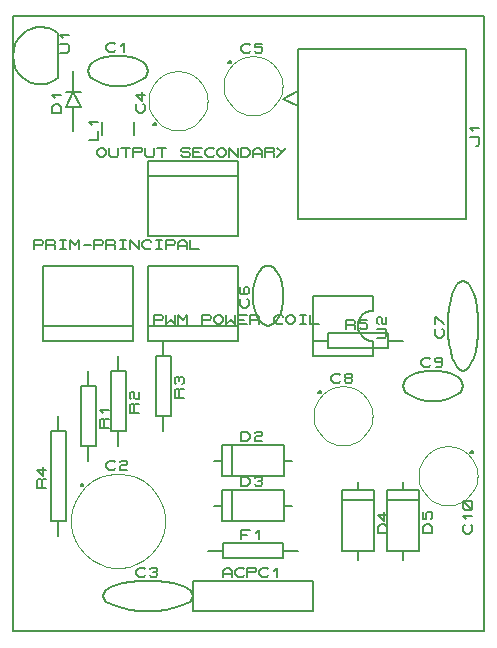
<source format=gbr>
G04 PROTEUS GERBER X2 FILE*
%TF.GenerationSoftware,Labcenter,Proteus,8.5-SP0-Build22067*%
%TF.CreationDate,2019-11-03T13:44:13+00:00*%
%TF.FileFunction,Legend,Top*%
%TF.FilePolarity,Positive*%
%TF.Part,Single*%
%FSLAX45Y45*%
%MOMM*%
G01*
%TA.AperFunction,Profile*%
%ADD25C,0.203200*%
%TA.AperFunction,Material*%
%ADD28C,0.203200*%
%ADD29C,0.120000*%
%ADD72C,0.200000*%
%ADD73C,0.152400*%
D25*
X-1904000Y-2587000D02*
X+2085000Y-2587000D01*
X+2085000Y+2620000D01*
X-1904000Y+2620000D01*
X-1904000Y-2587000D01*
D28*
X-381000Y-2413000D02*
X+635000Y-2413000D01*
X+635000Y-2159000D01*
X-381000Y-2159000D01*
X-381000Y-2413000D01*
X-127000Y-2123440D02*
X-127000Y-2072640D01*
X-101600Y-2047240D01*
X-76200Y-2047240D01*
X-50800Y-2072640D01*
X-50800Y-2123440D01*
X-127000Y-2098040D02*
X-50800Y-2098040D01*
X+50800Y-2110740D02*
X+38100Y-2123440D01*
X+0Y-2123440D01*
X-25400Y-2098040D01*
X-25400Y-2072640D01*
X+0Y-2047240D01*
X+38100Y-2047240D01*
X+50800Y-2059940D01*
X+76200Y-2123440D02*
X+76200Y-2047240D01*
X+139700Y-2047240D01*
X+152400Y-2059940D01*
X+152400Y-2072640D01*
X+139700Y-2085340D01*
X+76200Y-2085340D01*
X+254000Y-2110740D02*
X+241300Y-2123440D01*
X+203200Y-2123440D01*
X+177800Y-2098040D01*
X+177800Y-2072640D01*
X+203200Y-2047240D01*
X+241300Y-2047240D01*
X+254000Y-2059940D01*
X+304800Y-2072640D02*
X+330200Y-2047240D01*
X+330200Y-2123440D01*
D29*
X-616000Y-1651000D02*
X-617256Y-1619330D01*
X-627448Y-1555989D01*
X-648679Y-1492648D01*
X-683055Y-1429307D01*
X-735349Y-1365982D01*
X-798690Y-1315178D01*
X-862031Y-1281820D01*
X-925372Y-1261402D01*
X-988713Y-1251932D01*
X-1016000Y-1251000D01*
X-1416000Y-1651000D02*
X-1414744Y-1619330D01*
X-1404552Y-1555989D01*
X-1383321Y-1492648D01*
X-1348945Y-1429307D01*
X-1296651Y-1365982D01*
X-1233310Y-1315178D01*
X-1169969Y-1281820D01*
X-1106628Y-1261402D01*
X-1043287Y-1251932D01*
X-1016000Y-1251000D01*
X-1416000Y-1651000D02*
X-1414744Y-1682670D01*
X-1404552Y-1746011D01*
X-1383321Y-1809352D01*
X-1348945Y-1872693D01*
X-1296651Y-1936018D01*
X-1233310Y-1986822D01*
X-1169969Y-2020180D01*
X-1106628Y-2040598D01*
X-1043287Y-2050068D01*
X-1016000Y-2051000D01*
X-616000Y-1651000D02*
X-617256Y-1682670D01*
X-627448Y-1746011D01*
X-648679Y-1809352D01*
X-683055Y-1872693D01*
X-735349Y-1936018D01*
X-798690Y-1986822D01*
X-862031Y-2020180D01*
X-925372Y-2040598D01*
X-988713Y-2050068D01*
X-1016000Y-2051000D01*
D72*
X-1311000Y-1346000D02*
X-1311035Y-1345169D01*
X-1311316Y-1343505D01*
X-1311906Y-1341841D01*
X-1312870Y-1340177D01*
X-1314345Y-1338536D01*
X-1316009Y-1337335D01*
X-1317673Y-1336570D01*
X-1319337Y-1336139D01*
X-1321000Y-1336000D01*
X-1331000Y-1346000D02*
X-1330965Y-1345169D01*
X-1330684Y-1343505D01*
X-1330094Y-1341841D01*
X-1329130Y-1340177D01*
X-1327655Y-1338536D01*
X-1325991Y-1337335D01*
X-1324327Y-1336570D01*
X-1322663Y-1336139D01*
X-1321000Y-1336000D01*
X-1331000Y-1346000D02*
X-1330965Y-1346831D01*
X-1330684Y-1348495D01*
X-1330094Y-1350159D01*
X-1329130Y-1351823D01*
X-1327655Y-1353464D01*
X-1325991Y-1354665D01*
X-1324327Y-1355430D01*
X-1322663Y-1355861D01*
X-1321000Y-1356000D01*
X-1311000Y-1346000D02*
X-1311035Y-1346831D01*
X-1311316Y-1348495D01*
X-1311906Y-1350159D01*
X-1312870Y-1351823D01*
X-1314345Y-1353464D01*
X-1316009Y-1354665D01*
X-1317673Y-1355430D01*
X-1319337Y-1355861D01*
X-1321000Y-1356000D01*
D28*
X-1041400Y-1206900D02*
X-1054100Y-1219600D01*
X-1092200Y-1219600D01*
X-1117600Y-1194200D01*
X-1117600Y-1168800D01*
X-1092200Y-1143400D01*
X-1054100Y-1143400D01*
X-1041400Y-1156100D01*
X-1003300Y-1156100D02*
X-990600Y-1143400D01*
X-952500Y-1143400D01*
X-939800Y-1156100D01*
X-939800Y-1168800D01*
X-952500Y-1181500D01*
X-990600Y-1181500D01*
X-1003300Y-1194200D01*
X-1003300Y-1219600D01*
X-939800Y-1219600D01*
D73*
X+510540Y+1987500D02*
X+383540Y+1924000D01*
X+510540Y+1860500D02*
X+383540Y+1924000D01*
X+510540Y+2344090D02*
X+510540Y+903910D01*
X+1932940Y+903910D01*
X+1932940Y+2344090D01*
X+510540Y+2344090D01*
D28*
X+2016760Y+1522400D02*
X+2029460Y+1522400D01*
X+2042160Y+1535100D01*
X+2042160Y+1585900D01*
X+2029460Y+1598600D01*
X+1965960Y+1598600D01*
X+1991360Y+1649400D02*
X+1965960Y+1674800D01*
X+2042160Y+1674800D01*
X-254000Y-1905000D02*
X-127000Y-1905000D01*
X-127000Y-1968500D02*
X+381000Y-1968500D01*
X+381000Y-1841500D01*
X-127000Y-1841500D01*
X-127000Y-1968500D01*
X+381000Y-1905000D02*
X+508000Y-1905000D01*
X+25400Y-1805940D02*
X+25400Y-1729740D01*
X+101600Y-1729740D01*
X+25400Y-1767840D02*
X+76200Y-1767840D01*
X+152400Y-1755140D02*
X+177800Y-1729740D01*
X+177800Y-1805940D01*
X-132080Y-1275080D02*
X+386080Y-1275080D01*
X+386080Y-1008380D01*
X-132080Y-1008380D01*
X-132080Y-1275080D01*
X-50800Y-1010920D02*
X-50800Y-1272540D01*
X-203200Y-1143000D02*
X-132080Y-1143000D01*
X+386080Y-1143000D02*
X+457200Y-1143000D01*
X+25400Y-972820D02*
X+25400Y-896620D01*
X+76200Y-896620D01*
X+101600Y-922020D01*
X+101600Y-947420D01*
X+76200Y-972820D01*
X+25400Y-972820D01*
X+139700Y-909320D02*
X+152400Y-896620D01*
X+190500Y-896620D01*
X+203200Y-909320D01*
X+203200Y-922020D01*
X+190500Y-934720D01*
X+152400Y-934720D01*
X+139700Y-947420D01*
X+139700Y-972820D01*
X+203200Y-972820D01*
X-132080Y-1656080D02*
X+386080Y-1656080D01*
X+386080Y-1389380D01*
X-132080Y-1389380D01*
X-132080Y-1656080D01*
X-50800Y-1391920D02*
X-50800Y-1653540D01*
X-203200Y-1524000D02*
X-132080Y-1524000D01*
X+386080Y-1524000D02*
X+457200Y-1524000D01*
X+25400Y-1353820D02*
X+25400Y-1277620D01*
X+76200Y-1277620D01*
X+101600Y-1303020D01*
X+101600Y-1328420D01*
X+76200Y-1353820D01*
X+25400Y-1353820D01*
X+139700Y-1290320D02*
X+152400Y-1277620D01*
X+190500Y-1277620D01*
X+203200Y-1290320D01*
X+203200Y-1303020D01*
X+190500Y-1315720D01*
X+203200Y-1328420D01*
X+203200Y-1341120D01*
X+190500Y-1353820D01*
X+152400Y-1353820D01*
X+139700Y-1341120D01*
X+165100Y-1315720D02*
X+190500Y-1315720D01*
X+883920Y-1910080D02*
X+1150620Y-1910080D01*
X+1150620Y-1391920D01*
X+883920Y-1391920D01*
X+883920Y-1910080D01*
X+1148080Y-1473200D02*
X+886460Y-1473200D01*
X+1016000Y-1320800D02*
X+1016000Y-1391920D01*
X+1016000Y-1910080D02*
X+1016000Y-1981200D01*
X+1262380Y-1752600D02*
X+1186180Y-1752600D01*
X+1186180Y-1701800D01*
X+1211580Y-1676400D01*
X+1236980Y-1676400D01*
X+1262380Y-1701800D01*
X+1262380Y-1752600D01*
X+1236980Y-1574800D02*
X+1236980Y-1651000D01*
X+1186180Y-1600200D01*
X+1262380Y-1600200D01*
X+1264920Y-1910080D02*
X+1531620Y-1910080D01*
X+1531620Y-1391920D01*
X+1264920Y-1391920D01*
X+1264920Y-1910080D01*
X+1529080Y-1473200D02*
X+1267460Y-1473200D01*
X+1397000Y-1320800D02*
X+1397000Y-1391920D01*
X+1397000Y-1910080D02*
X+1397000Y-1981200D01*
X+1643380Y-1752600D02*
X+1567180Y-1752600D01*
X+1567180Y-1701800D01*
X+1592580Y-1676400D01*
X+1617980Y-1676400D01*
X+1643380Y-1701800D01*
X+1643380Y-1752600D01*
X+1567180Y-1574800D02*
X+1567180Y-1638300D01*
X+1592580Y-1638300D01*
X+1592580Y-1587500D01*
X+1605280Y-1574800D01*
X+1630680Y-1574800D01*
X+1643380Y-1587500D01*
X+1643380Y-1625600D01*
X+1630680Y-1638300D01*
X-1270000Y-381000D02*
X-1270000Y-508000D01*
X-1333500Y-1016000D02*
X-1206500Y-1016000D01*
X-1206500Y-508000D01*
X-1333500Y-508000D01*
X-1333500Y-1016000D01*
X-1270000Y-1016000D02*
X-1270000Y-1143000D01*
X-1094740Y-863600D02*
X-1170940Y-863600D01*
X-1170940Y-800100D01*
X-1158240Y-787400D01*
X-1145540Y-787400D01*
X-1132840Y-800100D01*
X-1132840Y-863600D01*
X-1132840Y-800100D02*
X-1120140Y-787400D01*
X-1094740Y-787400D01*
X-1145540Y-736600D02*
X-1170940Y-711200D01*
X-1094740Y-711200D01*
X-1016000Y-254000D02*
X-1016000Y-381000D01*
X-1079500Y-889000D02*
X-952500Y-889000D01*
X-952500Y-381000D01*
X-1079500Y-381000D01*
X-1079500Y-889000D01*
X-1016000Y-889000D02*
X-1016000Y-1016000D01*
X-840740Y-736600D02*
X-916940Y-736600D01*
X-916940Y-673100D01*
X-904240Y-660400D01*
X-891540Y-660400D01*
X-878840Y-673100D01*
X-878840Y-736600D01*
X-878840Y-673100D02*
X-866140Y-660400D01*
X-840740Y-660400D01*
X-904240Y-622300D02*
X-916940Y-609600D01*
X-916940Y-571500D01*
X-904240Y-558800D01*
X-891540Y-558800D01*
X-878840Y-571500D01*
X-878840Y-609600D01*
X-866140Y-622300D01*
X-840740Y-622300D01*
X-840740Y-558800D01*
X-635000Y-127000D02*
X-635000Y-254000D01*
X-698500Y-762000D02*
X-571500Y-762000D01*
X-571500Y-254000D01*
X-698500Y-254000D01*
X-698500Y-762000D01*
X-635000Y-762000D02*
X-635000Y-889000D01*
X-459740Y-609600D02*
X-535940Y-609600D01*
X-535940Y-546100D01*
X-523240Y-533400D01*
X-510540Y-533400D01*
X-497840Y-546100D01*
X-497840Y-609600D01*
X-497840Y-546100D02*
X-485140Y-533400D01*
X-459740Y-533400D01*
X-523240Y-495300D02*
X-535940Y-482600D01*
X-535940Y-444500D01*
X-523240Y-431800D01*
X-510540Y-431800D01*
X-497840Y-444500D01*
X-485140Y-431800D01*
X-472440Y-431800D01*
X-459740Y-444500D01*
X-459740Y-482600D01*
X-472440Y-495300D01*
X-497840Y-469900D02*
X-497840Y-444500D01*
X+1905000Y-381000D02*
X+1879124Y-373484D01*
X+1855152Y-351830D01*
X+1833562Y-317376D01*
X+1814830Y-271462D01*
X+1799431Y-215429D01*
X+1787842Y-150614D01*
X+1780540Y-78358D01*
X+1778000Y+0D01*
X+1905000Y+381000D02*
X+1879124Y+373380D01*
X+1855152Y+351472D01*
X+1833562Y+316706D01*
X+1814830Y+270510D01*
X+1799431Y+214312D01*
X+1787842Y+149542D01*
X+1780540Y+77629D01*
X+1778000Y+0D01*
X+1905000Y+381000D02*
X+1930876Y+373380D01*
X+1954848Y+351472D01*
X+1976438Y+316706D01*
X+1995170Y+270510D01*
X+2010569Y+214312D01*
X+2022158Y+149542D01*
X+2029460Y+77629D01*
X+2032000Y+0D01*
X+1905000Y-381000D02*
X+1930876Y-373484D01*
X+1954848Y-351830D01*
X+1976438Y-317376D01*
X+1995170Y-271462D01*
X+2010569Y-215429D01*
X+2022158Y-150614D01*
X+2029460Y-78358D01*
X+2032000Y+0D01*
X+1729740Y-25400D02*
X+1742440Y-38100D01*
X+1742440Y-76200D01*
X+1717040Y-101600D01*
X+1691640Y-101600D01*
X+1666240Y-76200D01*
X+1666240Y-38100D01*
X+1678940Y-25400D01*
X+1666240Y+12700D02*
X+1666240Y+76200D01*
X+1678940Y+76200D01*
X+1742440Y+12700D01*
X-1143000Y-2286000D02*
X-1135484Y-2260124D01*
X-1113830Y-2236152D01*
X-1079376Y-2214562D01*
X-1033462Y-2195830D01*
X-977428Y-2180431D01*
X-912614Y-2168842D01*
X-840358Y-2161540D01*
X-762000Y-2159000D01*
X-381000Y-2286000D02*
X-388620Y-2260124D01*
X-410528Y-2236152D01*
X-445294Y-2214562D01*
X-491490Y-2195830D01*
X-547688Y-2180431D01*
X-612458Y-2168842D01*
X-684371Y-2161540D01*
X-762000Y-2159000D01*
X-381000Y-2286000D02*
X-388620Y-2311876D01*
X-410528Y-2335848D01*
X-445294Y-2357438D01*
X-491490Y-2376170D01*
X-547688Y-2391569D01*
X-612458Y-2403158D01*
X-684371Y-2410460D01*
X-762000Y-2413000D01*
X-1143000Y-2286000D02*
X-1135484Y-2311876D01*
X-1113830Y-2335848D01*
X-1079376Y-2357438D01*
X-1033462Y-2376170D01*
X-977428Y-2391569D01*
X-912614Y-2403158D01*
X-840358Y-2410460D01*
X-762000Y-2413000D01*
X-787400Y-2110740D02*
X-800100Y-2123440D01*
X-838200Y-2123440D01*
X-863600Y-2098040D01*
X-863600Y-2072640D01*
X-838200Y-2047240D01*
X-800100Y-2047240D01*
X-787400Y-2059940D01*
X-749300Y-2059940D02*
X-736600Y-2047240D01*
X-698500Y-2047240D01*
X-685800Y-2059940D01*
X-685800Y-2072640D01*
X-698500Y-2085340D01*
X-685800Y-2098040D01*
X-685800Y-2110740D01*
X-698500Y-2123440D01*
X-736600Y-2123440D01*
X-749300Y-2110740D01*
X-723900Y-2085340D02*
X-698500Y-2085340D01*
D29*
X+2028000Y-1270000D02*
X+2027185Y-1249829D01*
X+2020566Y-1209486D01*
X+2006753Y-1169143D01*
X+1984307Y-1128800D01*
X+1950010Y-1088582D01*
X+1909667Y-1057482D01*
X+1869324Y-1037277D01*
X+1828981Y-1025253D01*
X+1788638Y-1020226D01*
X+1778000Y-1020000D01*
X+1528000Y-1270000D02*
X+1528815Y-1249829D01*
X+1535434Y-1209486D01*
X+1549247Y-1169143D01*
X+1571693Y-1128800D01*
X+1605990Y-1088582D01*
X+1646333Y-1057482D01*
X+1686676Y-1037277D01*
X+1727019Y-1025253D01*
X+1767362Y-1020226D01*
X+1778000Y-1020000D01*
X+1528000Y-1270000D02*
X+1528815Y-1290171D01*
X+1535434Y-1330514D01*
X+1549247Y-1370857D01*
X+1571693Y-1411200D01*
X+1605990Y-1451418D01*
X+1646333Y-1482518D01*
X+1686676Y-1502723D01*
X+1727019Y-1514747D01*
X+1767362Y-1519774D01*
X+1778000Y-1520000D01*
X+2028000Y-1270000D02*
X+2027185Y-1290171D01*
X+2020566Y-1330514D01*
X+2006753Y-1370857D01*
X+1984307Y-1411200D01*
X+1950010Y-1451418D01*
X+1909667Y-1482518D01*
X+1869324Y-1502723D01*
X+1828981Y-1514747D01*
X+1788638Y-1519774D01*
X+1778000Y-1520000D01*
D72*
X+1987000Y-1071000D02*
X+1986965Y-1070169D01*
X+1986684Y-1068505D01*
X+1986094Y-1066841D01*
X+1985130Y-1065177D01*
X+1983655Y-1063536D01*
X+1981991Y-1062335D01*
X+1980327Y-1061570D01*
X+1978663Y-1061139D01*
X+1977000Y-1061000D01*
X+1967000Y-1071000D02*
X+1967035Y-1070169D01*
X+1967316Y-1068505D01*
X+1967906Y-1066841D01*
X+1968870Y-1065177D01*
X+1970345Y-1063536D01*
X+1972009Y-1062335D01*
X+1973673Y-1061570D01*
X+1975337Y-1061139D01*
X+1977000Y-1061000D01*
X+1967000Y-1071000D02*
X+1967035Y-1071831D01*
X+1967316Y-1073495D01*
X+1967906Y-1075159D01*
X+1968870Y-1076823D01*
X+1970345Y-1078464D01*
X+1972009Y-1079665D01*
X+1973673Y-1080430D01*
X+1975337Y-1080861D01*
X+1977000Y-1081000D01*
X+1987000Y-1071000D02*
X+1986965Y-1071831D01*
X+1986684Y-1073495D01*
X+1986094Y-1075159D01*
X+1985130Y-1076823D01*
X+1983655Y-1078464D01*
X+1981991Y-1079665D01*
X+1980327Y-1080430D01*
X+1978663Y-1080861D01*
X+1977000Y-1081000D01*
D28*
X+1968657Y-1683100D02*
X+1981357Y-1695800D01*
X+1981357Y-1733900D01*
X+1955957Y-1759300D01*
X+1930557Y-1759300D01*
X+1905157Y-1733900D01*
X+1905157Y-1695800D01*
X+1917857Y-1683100D01*
X+1930557Y-1632300D02*
X+1905157Y-1606900D01*
X+1981357Y-1606900D01*
X+1968657Y-1556100D02*
X+1917857Y-1556100D01*
X+1905157Y-1543400D01*
X+1905157Y-1492600D01*
X+1917857Y-1479900D01*
X+1968657Y-1479900D01*
X+1981357Y-1492600D01*
X+1981357Y-1543400D01*
X+1968657Y-1556100D01*
X+1981357Y-1556100D02*
X+1905157Y-1479900D01*
D29*
X+1139000Y-762000D02*
X+1138185Y-741829D01*
X+1131566Y-701486D01*
X+1117753Y-661143D01*
X+1095307Y-620800D01*
X+1061010Y-580582D01*
X+1020667Y-549482D01*
X+980324Y-529277D01*
X+939981Y-517253D01*
X+899638Y-512226D01*
X+889000Y-512000D01*
X+639000Y-762000D02*
X+639815Y-741829D01*
X+646434Y-701486D01*
X+660247Y-661143D01*
X+682693Y-620800D01*
X+716990Y-580582D01*
X+757333Y-549482D01*
X+797676Y-529277D01*
X+838019Y-517253D01*
X+878362Y-512226D01*
X+889000Y-512000D01*
X+639000Y-762000D02*
X+639815Y-782171D01*
X+646434Y-822514D01*
X+660247Y-862857D01*
X+682693Y-903200D01*
X+716990Y-943418D01*
X+757333Y-974518D01*
X+797676Y-994723D01*
X+838019Y-1006747D01*
X+878362Y-1011774D01*
X+889000Y-1012000D01*
X+1139000Y-762000D02*
X+1138185Y-782171D01*
X+1131566Y-822514D01*
X+1117753Y-862857D01*
X+1095307Y-903200D01*
X+1061010Y-943418D01*
X+1020667Y-974518D01*
X+980324Y-994723D01*
X+939981Y-1006747D01*
X+899638Y-1011774D01*
X+889000Y-1012000D01*
D72*
X+700000Y-563000D02*
X+699965Y-562169D01*
X+699684Y-560505D01*
X+699094Y-558841D01*
X+698130Y-557177D01*
X+696655Y-555536D01*
X+694991Y-554335D01*
X+693327Y-553570D01*
X+691663Y-553139D01*
X+690000Y-553000D01*
X+680000Y-563000D02*
X+680035Y-562169D01*
X+680316Y-560505D01*
X+680906Y-558841D01*
X+681870Y-557177D01*
X+683345Y-555536D01*
X+685009Y-554335D01*
X+686673Y-553570D01*
X+688337Y-553139D01*
X+690000Y-553000D01*
X+680000Y-563000D02*
X+680035Y-563831D01*
X+680316Y-565495D01*
X+680906Y-567159D01*
X+681870Y-568823D01*
X+683345Y-570464D01*
X+685009Y-571665D01*
X+686673Y-572430D01*
X+688337Y-572861D01*
X+690000Y-573000D01*
X+700000Y-563000D02*
X+699965Y-563831D01*
X+699684Y-565495D01*
X+699094Y-567159D01*
X+698130Y-568823D01*
X+696655Y-570464D01*
X+694991Y-571665D01*
X+693327Y-572430D01*
X+691663Y-572861D01*
X+690000Y-573000D01*
D28*
X+863600Y-467900D02*
X+850900Y-480600D01*
X+812800Y-480600D01*
X+787400Y-455200D01*
X+787400Y-429800D01*
X+812800Y-404400D01*
X+850900Y-404400D01*
X+863600Y-417100D01*
X+914400Y-442500D02*
X+901700Y-429800D01*
X+901700Y-417100D01*
X+914400Y-404400D01*
X+952500Y-404400D01*
X+965200Y-417100D01*
X+965200Y-429800D01*
X+952500Y-442500D01*
X+914400Y-442500D01*
X+901700Y-455200D01*
X+901700Y-467900D01*
X+914400Y-480600D01*
X+952500Y-480600D01*
X+965200Y-467900D01*
X+965200Y-455200D01*
X+952500Y-442500D01*
X+1397000Y-508000D02*
X+1402080Y-482124D01*
X+1416685Y-458152D01*
X+1439862Y-436562D01*
X+1470660Y-417830D01*
X+1508125Y-402431D01*
X+1551305Y-390842D01*
X+1599248Y-383540D01*
X+1651000Y-381000D01*
X+1905000Y-508000D02*
X+1899920Y-482124D01*
X+1885315Y-458152D01*
X+1862138Y-436562D01*
X+1831340Y-417830D01*
X+1793875Y-402431D01*
X+1750695Y-390842D01*
X+1702752Y-383540D01*
X+1651000Y-381000D01*
X+1397000Y-508000D02*
X+1402080Y-533876D01*
X+1416685Y-557848D01*
X+1439862Y-579438D01*
X+1470660Y-598170D01*
X+1508125Y-613569D01*
X+1551305Y-625158D01*
X+1599248Y-632460D01*
X+1651000Y-635000D01*
X+1905000Y-508000D02*
X+1899920Y-533876D01*
X+1885315Y-557848D01*
X+1862138Y-579438D01*
X+1831340Y-598170D01*
X+1793875Y-613569D01*
X+1750695Y-625158D01*
X+1702752Y-632460D01*
X+1651000Y-635000D01*
X+1625600Y-332740D02*
X+1612900Y-345440D01*
X+1574800Y-345440D01*
X+1549400Y-320040D01*
X+1549400Y-294640D01*
X+1574800Y-269240D01*
X+1612900Y-269240D01*
X+1625600Y-281940D01*
X+1727200Y-294640D02*
X+1714500Y-307340D01*
X+1676400Y-307340D01*
X+1663700Y-294640D01*
X+1663700Y-281940D01*
X+1676400Y-269240D01*
X+1714500Y-269240D01*
X+1727200Y-281940D01*
X+1727200Y-332740D01*
X+1714500Y-345440D01*
X+1676400Y-345440D01*
D29*
X+377000Y+2032000D02*
X+376185Y+2052171D01*
X+369566Y+2092514D01*
X+355753Y+2132857D01*
X+333307Y+2173200D01*
X+299010Y+2213418D01*
X+258667Y+2244518D01*
X+218324Y+2264723D01*
X+177981Y+2276747D01*
X+137638Y+2281774D01*
X+127000Y+2282000D01*
X-123000Y+2032000D02*
X-122185Y+2052171D01*
X-115566Y+2092514D01*
X-101753Y+2132857D01*
X-79307Y+2173200D01*
X-45010Y+2213418D01*
X-4667Y+2244518D01*
X+35676Y+2264723D01*
X+76019Y+2276747D01*
X+116362Y+2281774D01*
X+127000Y+2282000D01*
X-123000Y+2032000D02*
X-122185Y+2011829D01*
X-115566Y+1971486D01*
X-101753Y+1931143D01*
X-79307Y+1890800D01*
X-45010Y+1850582D01*
X-4667Y+1819482D01*
X+35676Y+1799277D01*
X+76019Y+1787253D01*
X+116362Y+1782226D01*
X+127000Y+1782000D01*
X+377000Y+2032000D02*
X+376185Y+2011829D01*
X+369566Y+1971486D01*
X+355753Y+1931143D01*
X+333307Y+1890800D01*
X+299010Y+1850582D01*
X+258667Y+1819482D01*
X+218324Y+1799277D01*
X+177981Y+1787253D01*
X+137638Y+1782226D01*
X+127000Y+1782000D01*
D72*
X-62000Y+2231000D02*
X-62035Y+2231831D01*
X-62316Y+2233495D01*
X-62906Y+2235159D01*
X-63870Y+2236823D01*
X-65345Y+2238464D01*
X-67009Y+2239665D01*
X-68673Y+2240430D01*
X-70337Y+2240861D01*
X-72000Y+2241000D01*
X-82000Y+2231000D02*
X-81965Y+2231831D01*
X-81684Y+2233495D01*
X-81094Y+2235159D01*
X-80130Y+2236823D01*
X-78655Y+2238464D01*
X-76991Y+2239665D01*
X-75327Y+2240430D01*
X-73663Y+2240861D01*
X-72000Y+2241000D01*
X-82000Y+2231000D02*
X-81965Y+2230169D01*
X-81684Y+2228505D01*
X-81094Y+2226841D01*
X-80130Y+2225177D01*
X-78655Y+2223536D01*
X-76991Y+2222335D01*
X-75327Y+2221570D01*
X-73663Y+2221139D01*
X-72000Y+2221000D01*
X-62000Y+2231000D02*
X-62035Y+2230169D01*
X-62316Y+2228505D01*
X-62906Y+2226841D01*
X-63870Y+2225177D01*
X-65345Y+2223536D01*
X-67009Y+2222335D01*
X-68673Y+2221570D01*
X-70337Y+2221139D01*
X-72000Y+2221000D01*
D28*
X+101600Y+2326100D02*
X+88900Y+2313400D01*
X+50800Y+2313400D01*
X+25400Y+2338800D01*
X+25400Y+2364200D01*
X+50800Y+2389600D01*
X+88900Y+2389600D01*
X+101600Y+2376900D01*
X+203200Y+2389600D02*
X+139700Y+2389600D01*
X+139700Y+2364200D01*
X+190500Y+2364200D01*
X+203200Y+2351500D01*
X+203200Y+2326100D01*
X+190500Y+2313400D01*
X+152400Y+2313400D01*
X+139700Y+2326100D01*
X+254000Y+0D02*
X+228124Y+5080D01*
X+204152Y+19685D01*
X+182562Y+42862D01*
X+163830Y+73660D01*
X+148431Y+111125D01*
X+136842Y+154305D01*
X+129540Y+202248D01*
X+127000Y+254000D01*
X+254000Y+508000D02*
X+228124Y+502920D01*
X+204152Y+488315D01*
X+182562Y+465138D01*
X+163830Y+434340D01*
X+148431Y+396875D01*
X+136842Y+353695D01*
X+129540Y+305752D01*
X+127000Y+254000D01*
X+254000Y+0D02*
X+279876Y+5080D01*
X+303848Y+19685D01*
X+325438Y+42862D01*
X+344170Y+73660D01*
X+359569Y+111125D01*
X+371158Y+154305D01*
X+378460Y+202248D01*
X+381000Y+254000D01*
X+254000Y+508000D02*
X+279876Y+502920D01*
X+303848Y+488315D01*
X+325438Y+465138D01*
X+344170Y+434340D01*
X+359569Y+396875D01*
X+371158Y+353695D01*
X+378460Y+305752D01*
X+381000Y+254000D01*
X+78740Y+228600D02*
X+91440Y+215900D01*
X+91440Y+177800D01*
X+66040Y+152400D01*
X+40640Y+152400D01*
X+15240Y+177800D01*
X+15240Y+215900D01*
X+27940Y+228600D01*
X+27940Y+330200D02*
X+15240Y+317500D01*
X+15240Y+279400D01*
X+27940Y+266700D01*
X+78740Y+266700D01*
X+91440Y+279400D01*
X+91440Y+317500D01*
X+78740Y+330200D01*
X+66040Y+330200D01*
X+53340Y+317500D01*
X+53340Y+266700D01*
X-1270000Y+2159000D02*
X-1264920Y+2184876D01*
X-1250315Y+2208848D01*
X-1227138Y+2230438D01*
X-1196340Y+2249170D01*
X-1158875Y+2264569D01*
X-1115695Y+2276158D01*
X-1067752Y+2283460D01*
X-1016000Y+2286000D01*
X-762000Y+2159000D02*
X-767080Y+2184876D01*
X-781685Y+2208848D01*
X-804862Y+2230438D01*
X-835660Y+2249170D01*
X-873125Y+2264569D01*
X-916305Y+2276158D01*
X-964248Y+2283460D01*
X-1016000Y+2286000D01*
X-1270000Y+2159000D02*
X-1264920Y+2133124D01*
X-1250315Y+2109152D01*
X-1227138Y+2087562D01*
X-1196340Y+2068830D01*
X-1158875Y+2053431D01*
X-1115695Y+2041842D01*
X-1067752Y+2034540D01*
X-1016000Y+2032000D01*
X-762000Y+2159000D02*
X-767080Y+2133124D01*
X-781685Y+2109152D01*
X-804862Y+2087562D01*
X-835660Y+2068830D01*
X-873125Y+2053431D01*
X-916305Y+2041842D01*
X-964248Y+2034540D01*
X-1016000Y+2032000D01*
X-1041400Y+2334260D02*
X-1054100Y+2321560D01*
X-1092200Y+2321560D01*
X-1117600Y+2346960D01*
X-1117600Y+2372360D01*
X-1092200Y+2397760D01*
X-1054100Y+2397760D01*
X-1041400Y+2385060D01*
X-990600Y+2372360D02*
X-965200Y+2397760D01*
X-965200Y+2321560D01*
X-1524000Y-1778000D02*
X-1524000Y-1651000D01*
X-1587500Y-1651000D02*
X-1460500Y-1651000D01*
X-1460500Y-889000D01*
X-1587500Y-889000D01*
X-1587500Y-1651000D01*
X-1524000Y-889000D02*
X-1524000Y-762000D01*
X-1623060Y-1371600D02*
X-1699260Y-1371600D01*
X-1699260Y-1308100D01*
X-1686560Y-1295400D01*
X-1673860Y-1295400D01*
X-1661160Y-1308100D01*
X-1661160Y-1371600D01*
X-1661160Y-1308100D02*
X-1648460Y-1295400D01*
X-1623060Y-1295400D01*
X-1648460Y-1193800D02*
X-1648460Y-1270000D01*
X-1699260Y-1219200D01*
X-1623060Y-1219200D01*
X+635000Y-127000D02*
X+762000Y-127000D01*
X+762000Y-190500D02*
X+1270000Y-190500D01*
X+1270000Y-63500D01*
X+762000Y-63500D01*
X+762000Y-190500D01*
X+1270000Y-127000D02*
X+1397000Y-127000D01*
X+914400Y-27940D02*
X+914400Y+48260D01*
X+977900Y+48260D01*
X+990600Y+35560D01*
X+990600Y+22860D01*
X+977900Y+10160D01*
X+914400Y+10160D01*
X+977900Y+10160D02*
X+990600Y-2540D01*
X+990600Y-27940D01*
X+1092200Y+48260D02*
X+1028700Y+48260D01*
X+1028700Y+22860D01*
X+1079500Y+22860D01*
X+1092200Y+10160D01*
X+1092200Y-15240D01*
X+1079500Y-27940D01*
X+1041400Y-27940D01*
X+1028700Y-15240D01*
D29*
X-258000Y+1905000D02*
X-258815Y+1925171D01*
X-265434Y+1965514D01*
X-279247Y+2005857D01*
X-301693Y+2046200D01*
X-335990Y+2086418D01*
X-376333Y+2117518D01*
X-416676Y+2137723D01*
X-457019Y+2149747D01*
X-497362Y+2154774D01*
X-508000Y+2155000D01*
X-758000Y+1905000D02*
X-757185Y+1925171D01*
X-750566Y+1965514D01*
X-736753Y+2005857D01*
X-714307Y+2046200D01*
X-680010Y+2086418D01*
X-639667Y+2117518D01*
X-599324Y+2137723D01*
X-558981Y+2149747D01*
X-518638Y+2154774D01*
X-508000Y+2155000D01*
X-758000Y+1905000D02*
X-757185Y+1884829D01*
X-750566Y+1844486D01*
X-736753Y+1804143D01*
X-714307Y+1763800D01*
X-680010Y+1723582D01*
X-639667Y+1692482D01*
X-599324Y+1672277D01*
X-558981Y+1660253D01*
X-518638Y+1655226D01*
X-508000Y+1655000D01*
X-258000Y+1905000D02*
X-258815Y+1884829D01*
X-265434Y+1844486D01*
X-279247Y+1804143D01*
X-301693Y+1763800D01*
X-335990Y+1723582D01*
X-376333Y+1692482D01*
X-416676Y+1672277D01*
X-457019Y+1660253D01*
X-497362Y+1655226D01*
X-508000Y+1655000D01*
D72*
X-697000Y+1706000D02*
X-697035Y+1706831D01*
X-697316Y+1708495D01*
X-697906Y+1710159D01*
X-698870Y+1711823D01*
X-700345Y+1713464D01*
X-702009Y+1714665D01*
X-703673Y+1715430D01*
X-705337Y+1715861D01*
X-707000Y+1716000D01*
X-717000Y+1706000D02*
X-716965Y+1706831D01*
X-716684Y+1708495D01*
X-716094Y+1710159D01*
X-715130Y+1711823D01*
X-713655Y+1713464D01*
X-711991Y+1714665D01*
X-710327Y+1715430D01*
X-708663Y+1715861D01*
X-707000Y+1716000D01*
X-717000Y+1706000D02*
X-716965Y+1705169D01*
X-716684Y+1703505D01*
X-716094Y+1701841D01*
X-715130Y+1700177D01*
X-713655Y+1698536D01*
X-711991Y+1697335D01*
X-710327Y+1696570D01*
X-708663Y+1696139D01*
X-707000Y+1696000D01*
X-697000Y+1706000D02*
X-697035Y+1705169D01*
X-697316Y+1703505D01*
X-697906Y+1701841D01*
X-698870Y+1700177D01*
X-700345Y+1698536D01*
X-702009Y+1697335D01*
X-703673Y+1696570D01*
X-705337Y+1696139D01*
X-707000Y+1696000D01*
D28*
X-802100Y+1879600D02*
X-789400Y+1866900D01*
X-789400Y+1828800D01*
X-814800Y+1803400D01*
X-840200Y+1803400D01*
X-865600Y+1828800D01*
X-865600Y+1866900D01*
X-852900Y+1879600D01*
X-814800Y+1981200D02*
X-814800Y+1905000D01*
X-865600Y+1955800D01*
X-789400Y+1955800D01*
X-1460500Y+1854200D02*
X-1333500Y+1854200D01*
X-1460500Y+1854200D02*
X-1397000Y+1981200D01*
X-1333500Y+1854200D02*
X-1397000Y+1981200D01*
X-1460500Y+1981200D02*
X-1333500Y+1981200D01*
X-1397000Y+1651000D02*
X-1397000Y+1854200D01*
X-1397000Y+1981200D02*
X-1397000Y+2159000D01*
X-1496060Y+1803400D02*
X-1572260Y+1803400D01*
X-1572260Y+1854200D01*
X-1546860Y+1879600D01*
X-1521460Y+1879600D01*
X-1496060Y+1854200D01*
X-1496060Y+1803400D01*
X-1546860Y+1930400D02*
X-1572260Y+1955800D01*
X-1496060Y+1955800D01*
D72*
X-881000Y+1619000D02*
X-881000Y+1729000D01*
X-1151000Y+1619000D02*
X-1151000Y+1729000D01*
D28*
X-1262600Y+1572400D02*
X-1186400Y+1572400D01*
X-1186400Y+1648600D01*
X-1237200Y+1699400D02*
X-1262600Y+1724800D01*
X-1186400Y+1724800D01*
X+1143000Y-127000D02*
X+1143000Y-254000D01*
X+635000Y-254000D01*
X+635000Y+254000D01*
X+1143000Y+254000D01*
X+1143000Y+127000D01*
X+1016000Y+0D02*
X+1018436Y-25876D01*
X+1025485Y-49848D01*
X+1036762Y-71438D01*
X+1051878Y-90170D01*
X+1070446Y-105569D01*
X+1092081Y-117158D01*
X+1116394Y-124460D01*
X+1143000Y-127000D01*
X+1016000Y+0D02*
X+1018436Y+26606D01*
X+1025485Y+50919D01*
X+1036762Y+72554D01*
X+1051878Y+91122D01*
X+1070446Y+106238D01*
X+1092081Y+117515D01*
X+1116394Y+124564D01*
X+1143000Y+127000D01*
X+1178560Y-101600D02*
X+1242060Y-101600D01*
X+1254760Y-88900D01*
X+1254760Y-38100D01*
X+1242060Y-25400D01*
X+1178560Y-25400D01*
X+1191260Y+12700D02*
X+1178560Y+25400D01*
X+1178560Y+63500D01*
X+1191260Y+76200D01*
X+1203960Y+76200D01*
X+1216660Y+63500D01*
X+1216660Y+25400D01*
X+1229360Y+12700D01*
X+1254760Y+12700D01*
X+1254760Y+76200D01*
X-1524000Y+2095500D02*
X-1524000Y+2476500D01*
X-1651000Y+2044700D02*
X-1627312Y+2046883D01*
X-1604367Y+2052638D01*
X-1563688Y+2070100D01*
X-1524000Y+2095500D01*
X-1651000Y+2044700D02*
X-1702935Y+2045562D01*
X-1750963Y+2056954D01*
X-1794154Y+2077796D01*
X-1831578Y+2107009D01*
X-1862305Y+2143516D01*
X-1885404Y+2186236D01*
X-1899946Y+2234090D01*
X-1905000Y+2286000D01*
X-1651000Y+2527300D02*
X-1627312Y+2525117D01*
X-1604367Y+2519362D01*
X-1563688Y+2501900D01*
X-1524000Y+2476500D01*
X-1651000Y+2527300D02*
X-1702935Y+2526438D01*
X-1750963Y+2515046D01*
X-1794154Y+2494204D01*
X-1831578Y+2464991D01*
X-1862305Y+2428484D01*
X-1885404Y+2385764D01*
X-1899946Y+2337910D01*
X-1905000Y+2286000D01*
X-1508760Y+2311400D02*
X-1445260Y+2311400D01*
X-1432560Y+2324100D01*
X-1432560Y+2374900D01*
X-1445260Y+2387600D01*
X-1508760Y+2387600D01*
X-1483360Y+2438400D02*
X-1508760Y+2463800D01*
X-1432560Y+2463800D01*
X-762000Y+762000D02*
X+0Y+762000D01*
X+0Y+1397000D01*
X-762000Y+1397000D01*
X-762000Y+762000D01*
X-762000Y+1270000D02*
X+0Y+1270000D01*
X-1193800Y+1483360D02*
X-1168400Y+1508760D01*
X-1143000Y+1508760D01*
X-1117600Y+1483360D01*
X-1117600Y+1457960D01*
X-1143000Y+1432560D01*
X-1168400Y+1432560D01*
X-1193800Y+1457960D01*
X-1193800Y+1483360D01*
X-1092200Y+1508760D02*
X-1092200Y+1445260D01*
X-1079500Y+1432560D01*
X-1028700Y+1432560D01*
X-1016000Y+1445260D01*
X-1016000Y+1508760D01*
X-990600Y+1508760D02*
X-914400Y+1508760D01*
X-952500Y+1508760D02*
X-952500Y+1432560D01*
X-889000Y+1432560D02*
X-889000Y+1508760D01*
X-825500Y+1508760D01*
X-812800Y+1496060D01*
X-812800Y+1483360D01*
X-825500Y+1470660D01*
X-889000Y+1470660D01*
X-787400Y+1508760D02*
X-787400Y+1445260D01*
X-774700Y+1432560D01*
X-723900Y+1432560D01*
X-711200Y+1445260D01*
X-711200Y+1508760D01*
X-685800Y+1508760D02*
X-609600Y+1508760D01*
X-647700Y+1508760D02*
X-647700Y+1432560D01*
X-482600Y+1445260D02*
X-469900Y+1432560D01*
X-419100Y+1432560D01*
X-406400Y+1445260D01*
X-406400Y+1457960D01*
X-419100Y+1470660D01*
X-469900Y+1470660D01*
X-482600Y+1483360D01*
X-482600Y+1496060D01*
X-469900Y+1508760D01*
X-419100Y+1508760D01*
X-406400Y+1496060D01*
X-304800Y+1432560D02*
X-381000Y+1432560D01*
X-381000Y+1508760D01*
X-304800Y+1508760D01*
X-381000Y+1470660D02*
X-330200Y+1470660D01*
X-203200Y+1445260D02*
X-215900Y+1432560D01*
X-254000Y+1432560D01*
X-279400Y+1457960D01*
X-279400Y+1483360D01*
X-254000Y+1508760D01*
X-215900Y+1508760D01*
X-203200Y+1496060D01*
X-177800Y+1483360D02*
X-152400Y+1508760D01*
X-127000Y+1508760D01*
X-101600Y+1483360D01*
X-101600Y+1457960D01*
X-127000Y+1432560D01*
X-152400Y+1432560D01*
X-177800Y+1457960D01*
X-177800Y+1483360D01*
X-76200Y+1432560D02*
X-76200Y+1508760D01*
X+0Y+1432560D01*
X+0Y+1508760D01*
X+25400Y+1432560D02*
X+25400Y+1508760D01*
X+76200Y+1508760D01*
X+101600Y+1483360D01*
X+101600Y+1457960D01*
X+76200Y+1432560D01*
X+25400Y+1432560D01*
X+127000Y+1432560D02*
X+127000Y+1483360D01*
X+152400Y+1508760D01*
X+177800Y+1508760D01*
X+203200Y+1483360D01*
X+203200Y+1432560D01*
X+127000Y+1457960D02*
X+203200Y+1457960D01*
X+228600Y+1432560D02*
X+228600Y+1508760D01*
X+292100Y+1508760D01*
X+304800Y+1496060D01*
X+304800Y+1483360D01*
X+292100Y+1470660D01*
X+228600Y+1470660D01*
X+292100Y+1470660D02*
X+304800Y+1457960D01*
X+304800Y+1432560D01*
X+406400Y+1508760D02*
X+330200Y+1432560D01*
X+330200Y+1508760D02*
X+368300Y+1470660D01*
X-1651000Y-127000D02*
X-889000Y-127000D01*
X-889000Y+508000D01*
X-1651000Y+508000D01*
X-1651000Y-127000D01*
X-889000Y+0D02*
X-1651000Y+0D01*
X-1727200Y+650240D02*
X-1727200Y+726440D01*
X-1663700Y+726440D01*
X-1651000Y+713740D01*
X-1651000Y+701040D01*
X-1663700Y+688340D01*
X-1727200Y+688340D01*
X-1625600Y+650240D02*
X-1625600Y+726440D01*
X-1562100Y+726440D01*
X-1549400Y+713740D01*
X-1549400Y+701040D01*
X-1562100Y+688340D01*
X-1625600Y+688340D01*
X-1562100Y+688340D02*
X-1549400Y+675640D01*
X-1549400Y+650240D01*
X-1511300Y+726440D02*
X-1460500Y+726440D01*
X-1485900Y+726440D02*
X-1485900Y+650240D01*
X-1511300Y+650240D02*
X-1460500Y+650240D01*
X-1422400Y+650240D02*
X-1422400Y+726440D01*
X-1384300Y+688340D01*
X-1346200Y+726440D01*
X-1346200Y+650240D01*
X-1308100Y+688340D02*
X-1244600Y+688340D01*
X-1219200Y+650240D02*
X-1219200Y+726440D01*
X-1155700Y+726440D01*
X-1143000Y+713740D01*
X-1143000Y+701040D01*
X-1155700Y+688340D01*
X-1219200Y+688340D01*
X-1117600Y+650240D02*
X-1117600Y+726440D01*
X-1054100Y+726440D01*
X-1041400Y+713740D01*
X-1041400Y+701040D01*
X-1054100Y+688340D01*
X-1117600Y+688340D01*
X-1054100Y+688340D02*
X-1041400Y+675640D01*
X-1041400Y+650240D01*
X-1003300Y+726440D02*
X-952500Y+726440D01*
X-977900Y+726440D02*
X-977900Y+650240D01*
X-1003300Y+650240D02*
X-952500Y+650240D01*
X-914400Y+650240D02*
X-914400Y+726440D01*
X-838200Y+650240D01*
X-838200Y+726440D01*
X-736600Y+662940D02*
X-749300Y+650240D01*
X-787400Y+650240D01*
X-812800Y+675640D01*
X-812800Y+701040D01*
X-787400Y+726440D01*
X-749300Y+726440D01*
X-736600Y+713740D01*
X-698500Y+726440D02*
X-647700Y+726440D01*
X-673100Y+726440D02*
X-673100Y+650240D01*
X-698500Y+650240D02*
X-647700Y+650240D01*
X-609600Y+650240D02*
X-609600Y+726440D01*
X-546100Y+726440D01*
X-533400Y+713740D01*
X-533400Y+701040D01*
X-546100Y+688340D01*
X-609600Y+688340D01*
X-508000Y+650240D02*
X-508000Y+701040D01*
X-482600Y+726440D01*
X-457200Y+726440D01*
X-431800Y+701040D01*
X-431800Y+650240D01*
X-508000Y+675640D02*
X-431800Y+675640D01*
X-406400Y+726440D02*
X-406400Y+650240D01*
X-330200Y+650240D01*
X-762000Y-127000D02*
X+0Y-127000D01*
X+0Y+508000D01*
X-762000Y+508000D01*
X-762000Y-127000D01*
X+0Y+0D02*
X-762000Y+0D01*
X-711200Y+15240D02*
X-711200Y+91440D01*
X-647700Y+91440D01*
X-635000Y+78740D01*
X-635000Y+66040D01*
X-647700Y+53340D01*
X-711200Y+53340D01*
X-609600Y+91440D02*
X-609600Y+15240D01*
X-571500Y+53340D01*
X-533400Y+15240D01*
X-533400Y+91440D01*
X-508000Y+15240D02*
X-508000Y+91440D01*
X-469900Y+53340D01*
X-431800Y+91440D01*
X-431800Y+15240D01*
X-304800Y+15240D02*
X-304800Y+91440D01*
X-241300Y+91440D01*
X-228600Y+78740D01*
X-228600Y+66040D01*
X-241300Y+53340D01*
X-304800Y+53340D01*
X-203200Y+66040D02*
X-177800Y+91440D01*
X-152400Y+91440D01*
X-127000Y+66040D01*
X-127000Y+40640D01*
X-152400Y+15240D01*
X-177800Y+15240D01*
X-203200Y+40640D01*
X-203200Y+66040D01*
X-101600Y+91440D02*
X-101600Y+15240D01*
X-63500Y+53340D01*
X-25400Y+15240D01*
X-25400Y+91440D01*
X+76200Y+15240D02*
X+0Y+15240D01*
X+0Y+91440D01*
X+76200Y+91440D01*
X+0Y+53340D02*
X+50800Y+53340D01*
X+101600Y+15240D02*
X+101600Y+91440D01*
X+165100Y+91440D01*
X+177800Y+78740D01*
X+177800Y+66040D01*
X+165100Y+53340D01*
X+101600Y+53340D01*
X+165100Y+53340D02*
X+177800Y+40640D01*
X+177800Y+15240D01*
X+381000Y+27940D02*
X+368300Y+15240D01*
X+330200Y+15240D01*
X+304800Y+40640D01*
X+304800Y+66040D01*
X+330200Y+91440D01*
X+368300Y+91440D01*
X+381000Y+78740D01*
X+406400Y+66040D02*
X+431800Y+91440D01*
X+457200Y+91440D01*
X+482600Y+66040D01*
X+482600Y+40640D01*
X+457200Y+15240D01*
X+431800Y+15240D01*
X+406400Y+40640D01*
X+406400Y+66040D01*
X+520700Y+91440D02*
X+571500Y+91440D01*
X+546100Y+91440D02*
X+546100Y+15240D01*
X+520700Y+15240D02*
X+571500Y+15240D01*
X+609600Y+91440D02*
X+609600Y+15240D01*
X+685800Y+15240D01*
M02*

</source>
